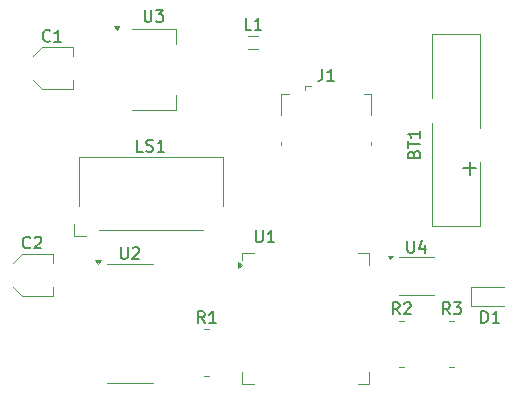
<source format=gto>
%TF.GenerationSoftware,KiCad,Pcbnew,9.0.0*%
%TF.CreationDate,2025-04-01T00:51:48+01:00*%
%TF.ProjectId,Wireless_bluetooth_speaker,57697265-6c65-4737-935f-626c7565746f,rev?*%
%TF.SameCoordinates,Original*%
%TF.FileFunction,Legend,Top*%
%TF.FilePolarity,Positive*%
%FSLAX46Y46*%
G04 Gerber Fmt 4.6, Leading zero omitted, Abs format (unit mm)*
G04 Created by KiCad (PCBNEW 9.0.0) date 2025-04-01 00:51:48*
%MOMM*%
%LPD*%
G01*
G04 APERTURE LIST*
%ADD10C,0.150000*%
%ADD11C,0.120000*%
G04 APERTURE END LIST*
D10*
X126583334Y-104909580D02*
X126535715Y-104957200D01*
X126535715Y-104957200D02*
X126392858Y-105004819D01*
X126392858Y-105004819D02*
X126297620Y-105004819D01*
X126297620Y-105004819D02*
X126154763Y-104957200D01*
X126154763Y-104957200D02*
X126059525Y-104861961D01*
X126059525Y-104861961D02*
X126011906Y-104766723D01*
X126011906Y-104766723D02*
X125964287Y-104576247D01*
X125964287Y-104576247D02*
X125964287Y-104433390D01*
X125964287Y-104433390D02*
X126011906Y-104242914D01*
X126011906Y-104242914D02*
X126059525Y-104147676D01*
X126059525Y-104147676D02*
X126154763Y-104052438D01*
X126154763Y-104052438D02*
X126297620Y-104004819D01*
X126297620Y-104004819D02*
X126392858Y-104004819D01*
X126392858Y-104004819D02*
X126535715Y-104052438D01*
X126535715Y-104052438D02*
X126583334Y-104100057D01*
X126964287Y-104100057D02*
X127011906Y-104052438D01*
X127011906Y-104052438D02*
X127107144Y-104004819D01*
X127107144Y-104004819D02*
X127345239Y-104004819D01*
X127345239Y-104004819D02*
X127440477Y-104052438D01*
X127440477Y-104052438D02*
X127488096Y-104100057D01*
X127488096Y-104100057D02*
X127535715Y-104195295D01*
X127535715Y-104195295D02*
X127535715Y-104290533D01*
X127535715Y-104290533D02*
X127488096Y-104433390D01*
X127488096Y-104433390D02*
X126916668Y-105004819D01*
X126916668Y-105004819D02*
X127535715Y-105004819D01*
X128258333Y-87409580D02*
X128210714Y-87457200D01*
X128210714Y-87457200D02*
X128067857Y-87504819D01*
X128067857Y-87504819D02*
X127972619Y-87504819D01*
X127972619Y-87504819D02*
X127829762Y-87457200D01*
X127829762Y-87457200D02*
X127734524Y-87361961D01*
X127734524Y-87361961D02*
X127686905Y-87266723D01*
X127686905Y-87266723D02*
X127639286Y-87076247D01*
X127639286Y-87076247D02*
X127639286Y-86933390D01*
X127639286Y-86933390D02*
X127686905Y-86742914D01*
X127686905Y-86742914D02*
X127734524Y-86647676D01*
X127734524Y-86647676D02*
X127829762Y-86552438D01*
X127829762Y-86552438D02*
X127972619Y-86504819D01*
X127972619Y-86504819D02*
X128067857Y-86504819D01*
X128067857Y-86504819D02*
X128210714Y-86552438D01*
X128210714Y-86552438D02*
X128258333Y-86600057D01*
X129210714Y-87504819D02*
X128639286Y-87504819D01*
X128925000Y-87504819D02*
X128925000Y-86504819D01*
X128925000Y-86504819D02*
X128829762Y-86647676D01*
X128829762Y-86647676D02*
X128734524Y-86742914D01*
X128734524Y-86742914D02*
X128639286Y-86790533D01*
X136263095Y-84804819D02*
X136263095Y-85614342D01*
X136263095Y-85614342D02*
X136310714Y-85709580D01*
X136310714Y-85709580D02*
X136358333Y-85757200D01*
X136358333Y-85757200D02*
X136453571Y-85804819D01*
X136453571Y-85804819D02*
X136644047Y-85804819D01*
X136644047Y-85804819D02*
X136739285Y-85757200D01*
X136739285Y-85757200D02*
X136786904Y-85709580D01*
X136786904Y-85709580D02*
X136834523Y-85614342D01*
X136834523Y-85614342D02*
X136834523Y-84804819D01*
X137215476Y-84804819D02*
X137834523Y-84804819D01*
X137834523Y-84804819D02*
X137501190Y-85185771D01*
X137501190Y-85185771D02*
X137644047Y-85185771D01*
X137644047Y-85185771D02*
X137739285Y-85233390D01*
X137739285Y-85233390D02*
X137786904Y-85281009D01*
X137786904Y-85281009D02*
X137834523Y-85376247D01*
X137834523Y-85376247D02*
X137834523Y-85614342D01*
X137834523Y-85614342D02*
X137786904Y-85709580D01*
X137786904Y-85709580D02*
X137739285Y-85757200D01*
X137739285Y-85757200D02*
X137644047Y-85804819D01*
X137644047Y-85804819D02*
X137358333Y-85804819D01*
X137358333Y-85804819D02*
X137263095Y-85757200D01*
X137263095Y-85757200D02*
X137215476Y-85709580D01*
X145295833Y-86504819D02*
X144819643Y-86504819D01*
X144819643Y-86504819D02*
X144819643Y-85504819D01*
X146152976Y-86504819D02*
X145581548Y-86504819D01*
X145867262Y-86504819D02*
X145867262Y-85504819D01*
X145867262Y-85504819D02*
X145772024Y-85647676D01*
X145772024Y-85647676D02*
X145676786Y-85742914D01*
X145676786Y-85742914D02*
X145581548Y-85790533D01*
X158513095Y-104354819D02*
X158513095Y-105164342D01*
X158513095Y-105164342D02*
X158560714Y-105259580D01*
X158560714Y-105259580D02*
X158608333Y-105307200D01*
X158608333Y-105307200D02*
X158703571Y-105354819D01*
X158703571Y-105354819D02*
X158894047Y-105354819D01*
X158894047Y-105354819D02*
X158989285Y-105307200D01*
X158989285Y-105307200D02*
X159036904Y-105259580D01*
X159036904Y-105259580D02*
X159084523Y-105164342D01*
X159084523Y-105164342D02*
X159084523Y-104354819D01*
X159989285Y-104688152D02*
X159989285Y-105354819D01*
X159751190Y-104307200D02*
X159513095Y-105021485D01*
X159513095Y-105021485D02*
X160132142Y-105021485D01*
X134263095Y-104904819D02*
X134263095Y-105714342D01*
X134263095Y-105714342D02*
X134310714Y-105809580D01*
X134310714Y-105809580D02*
X134358333Y-105857200D01*
X134358333Y-105857200D02*
X134453571Y-105904819D01*
X134453571Y-105904819D02*
X134644047Y-105904819D01*
X134644047Y-105904819D02*
X134739285Y-105857200D01*
X134739285Y-105857200D02*
X134786904Y-105809580D01*
X134786904Y-105809580D02*
X134834523Y-105714342D01*
X134834523Y-105714342D02*
X134834523Y-104904819D01*
X135263095Y-105000057D02*
X135310714Y-104952438D01*
X135310714Y-104952438D02*
X135405952Y-104904819D01*
X135405952Y-104904819D02*
X135644047Y-104904819D01*
X135644047Y-104904819D02*
X135739285Y-104952438D01*
X135739285Y-104952438D02*
X135786904Y-105000057D01*
X135786904Y-105000057D02*
X135834523Y-105095295D01*
X135834523Y-105095295D02*
X135834523Y-105190533D01*
X135834523Y-105190533D02*
X135786904Y-105333390D01*
X135786904Y-105333390D02*
X135215476Y-105904819D01*
X135215476Y-105904819D02*
X135834523Y-105904819D01*
X145688095Y-103479819D02*
X145688095Y-104289342D01*
X145688095Y-104289342D02*
X145735714Y-104384580D01*
X145735714Y-104384580D02*
X145783333Y-104432200D01*
X145783333Y-104432200D02*
X145878571Y-104479819D01*
X145878571Y-104479819D02*
X146069047Y-104479819D01*
X146069047Y-104479819D02*
X146164285Y-104432200D01*
X146164285Y-104432200D02*
X146211904Y-104384580D01*
X146211904Y-104384580D02*
X146259523Y-104289342D01*
X146259523Y-104289342D02*
X146259523Y-103479819D01*
X147259523Y-104479819D02*
X146688095Y-104479819D01*
X146973809Y-104479819D02*
X146973809Y-103479819D01*
X146973809Y-103479819D02*
X146878571Y-103622676D01*
X146878571Y-103622676D02*
X146783333Y-103717914D01*
X146783333Y-103717914D02*
X146688095Y-103765533D01*
X162108333Y-110574819D02*
X161775000Y-110098628D01*
X161536905Y-110574819D02*
X161536905Y-109574819D01*
X161536905Y-109574819D02*
X161917857Y-109574819D01*
X161917857Y-109574819D02*
X162013095Y-109622438D01*
X162013095Y-109622438D02*
X162060714Y-109670057D01*
X162060714Y-109670057D02*
X162108333Y-109765295D01*
X162108333Y-109765295D02*
X162108333Y-109908152D01*
X162108333Y-109908152D02*
X162060714Y-110003390D01*
X162060714Y-110003390D02*
X162013095Y-110051009D01*
X162013095Y-110051009D02*
X161917857Y-110098628D01*
X161917857Y-110098628D02*
X161536905Y-110098628D01*
X162441667Y-109574819D02*
X163060714Y-109574819D01*
X163060714Y-109574819D02*
X162727381Y-109955771D01*
X162727381Y-109955771D02*
X162870238Y-109955771D01*
X162870238Y-109955771D02*
X162965476Y-110003390D01*
X162965476Y-110003390D02*
X163013095Y-110051009D01*
X163013095Y-110051009D02*
X163060714Y-110146247D01*
X163060714Y-110146247D02*
X163060714Y-110384342D01*
X163060714Y-110384342D02*
X163013095Y-110479580D01*
X163013095Y-110479580D02*
X162965476Y-110527200D01*
X162965476Y-110527200D02*
X162870238Y-110574819D01*
X162870238Y-110574819D02*
X162584524Y-110574819D01*
X162584524Y-110574819D02*
X162489286Y-110527200D01*
X162489286Y-110527200D02*
X162441667Y-110479580D01*
X157858333Y-110574819D02*
X157525000Y-110098628D01*
X157286905Y-110574819D02*
X157286905Y-109574819D01*
X157286905Y-109574819D02*
X157667857Y-109574819D01*
X157667857Y-109574819D02*
X157763095Y-109622438D01*
X157763095Y-109622438D02*
X157810714Y-109670057D01*
X157810714Y-109670057D02*
X157858333Y-109765295D01*
X157858333Y-109765295D02*
X157858333Y-109908152D01*
X157858333Y-109908152D02*
X157810714Y-110003390D01*
X157810714Y-110003390D02*
X157763095Y-110051009D01*
X157763095Y-110051009D02*
X157667857Y-110098628D01*
X157667857Y-110098628D02*
X157286905Y-110098628D01*
X158239286Y-109670057D02*
X158286905Y-109622438D01*
X158286905Y-109622438D02*
X158382143Y-109574819D01*
X158382143Y-109574819D02*
X158620238Y-109574819D01*
X158620238Y-109574819D02*
X158715476Y-109622438D01*
X158715476Y-109622438D02*
X158763095Y-109670057D01*
X158763095Y-109670057D02*
X158810714Y-109765295D01*
X158810714Y-109765295D02*
X158810714Y-109860533D01*
X158810714Y-109860533D02*
X158763095Y-110003390D01*
X158763095Y-110003390D02*
X158191667Y-110574819D01*
X158191667Y-110574819D02*
X158810714Y-110574819D01*
X141358333Y-111324819D02*
X141025000Y-110848628D01*
X140786905Y-111324819D02*
X140786905Y-110324819D01*
X140786905Y-110324819D02*
X141167857Y-110324819D01*
X141167857Y-110324819D02*
X141263095Y-110372438D01*
X141263095Y-110372438D02*
X141310714Y-110420057D01*
X141310714Y-110420057D02*
X141358333Y-110515295D01*
X141358333Y-110515295D02*
X141358333Y-110658152D01*
X141358333Y-110658152D02*
X141310714Y-110753390D01*
X141310714Y-110753390D02*
X141263095Y-110801009D01*
X141263095Y-110801009D02*
X141167857Y-110848628D01*
X141167857Y-110848628D02*
X140786905Y-110848628D01*
X142310714Y-111324819D02*
X141739286Y-111324819D01*
X142025000Y-111324819D02*
X142025000Y-110324819D01*
X142025000Y-110324819D02*
X141929762Y-110467676D01*
X141929762Y-110467676D02*
X141834524Y-110562914D01*
X141834524Y-110562914D02*
X141739286Y-110610533D01*
X136132142Y-96804819D02*
X135655952Y-96804819D01*
X135655952Y-96804819D02*
X135655952Y-95804819D01*
X136417857Y-96757200D02*
X136560714Y-96804819D01*
X136560714Y-96804819D02*
X136798809Y-96804819D01*
X136798809Y-96804819D02*
X136894047Y-96757200D01*
X136894047Y-96757200D02*
X136941666Y-96709580D01*
X136941666Y-96709580D02*
X136989285Y-96614342D01*
X136989285Y-96614342D02*
X136989285Y-96519104D01*
X136989285Y-96519104D02*
X136941666Y-96423866D01*
X136941666Y-96423866D02*
X136894047Y-96376247D01*
X136894047Y-96376247D02*
X136798809Y-96328628D01*
X136798809Y-96328628D02*
X136608333Y-96281009D01*
X136608333Y-96281009D02*
X136513095Y-96233390D01*
X136513095Y-96233390D02*
X136465476Y-96185771D01*
X136465476Y-96185771D02*
X136417857Y-96090533D01*
X136417857Y-96090533D02*
X136417857Y-95995295D01*
X136417857Y-95995295D02*
X136465476Y-95900057D01*
X136465476Y-95900057D02*
X136513095Y-95852438D01*
X136513095Y-95852438D02*
X136608333Y-95804819D01*
X136608333Y-95804819D02*
X136846428Y-95804819D01*
X136846428Y-95804819D02*
X136989285Y-95852438D01*
X137941666Y-96804819D02*
X137370238Y-96804819D01*
X137655952Y-96804819D02*
X137655952Y-95804819D01*
X137655952Y-95804819D02*
X137560714Y-95947676D01*
X137560714Y-95947676D02*
X137465476Y-96042914D01*
X137465476Y-96042914D02*
X137370238Y-96090533D01*
X151316666Y-89804819D02*
X151316666Y-90519104D01*
X151316666Y-90519104D02*
X151269047Y-90661961D01*
X151269047Y-90661961D02*
X151173809Y-90757200D01*
X151173809Y-90757200D02*
X151030952Y-90804819D01*
X151030952Y-90804819D02*
X150935714Y-90804819D01*
X152316666Y-90804819D02*
X151745238Y-90804819D01*
X152030952Y-90804819D02*
X152030952Y-89804819D01*
X152030952Y-89804819D02*
X151935714Y-89947676D01*
X151935714Y-89947676D02*
X151840476Y-90042914D01*
X151840476Y-90042914D02*
X151745238Y-90090533D01*
X164786905Y-111304819D02*
X164786905Y-110304819D01*
X164786905Y-110304819D02*
X165025000Y-110304819D01*
X165025000Y-110304819D02*
X165167857Y-110352438D01*
X165167857Y-110352438D02*
X165263095Y-110447676D01*
X165263095Y-110447676D02*
X165310714Y-110542914D01*
X165310714Y-110542914D02*
X165358333Y-110733390D01*
X165358333Y-110733390D02*
X165358333Y-110876247D01*
X165358333Y-110876247D02*
X165310714Y-111066723D01*
X165310714Y-111066723D02*
X165263095Y-111161961D01*
X165263095Y-111161961D02*
X165167857Y-111257200D01*
X165167857Y-111257200D02*
X165025000Y-111304819D01*
X165025000Y-111304819D02*
X164786905Y-111304819D01*
X166310714Y-111304819D02*
X165739286Y-111304819D01*
X166025000Y-111304819D02*
X166025000Y-110304819D01*
X166025000Y-110304819D02*
X165929762Y-110447676D01*
X165929762Y-110447676D02*
X165834524Y-110542914D01*
X165834524Y-110542914D02*
X165739286Y-110590533D01*
X159056009Y-97010714D02*
X159103628Y-96867857D01*
X159103628Y-96867857D02*
X159151247Y-96820238D01*
X159151247Y-96820238D02*
X159246485Y-96772619D01*
X159246485Y-96772619D02*
X159389342Y-96772619D01*
X159389342Y-96772619D02*
X159484580Y-96820238D01*
X159484580Y-96820238D02*
X159532200Y-96867857D01*
X159532200Y-96867857D02*
X159579819Y-96963095D01*
X159579819Y-96963095D02*
X159579819Y-97344047D01*
X159579819Y-97344047D02*
X158579819Y-97344047D01*
X158579819Y-97344047D02*
X158579819Y-97010714D01*
X158579819Y-97010714D02*
X158627438Y-96915476D01*
X158627438Y-96915476D02*
X158675057Y-96867857D01*
X158675057Y-96867857D02*
X158770295Y-96820238D01*
X158770295Y-96820238D02*
X158865533Y-96820238D01*
X158865533Y-96820238D02*
X158960771Y-96867857D01*
X158960771Y-96867857D02*
X159008390Y-96915476D01*
X159008390Y-96915476D02*
X159056009Y-97010714D01*
X159056009Y-97010714D02*
X159056009Y-97344047D01*
X158579819Y-96486904D02*
X158579819Y-95915476D01*
X159579819Y-96201190D02*
X158579819Y-96201190D01*
X159579819Y-95058333D02*
X159579819Y-95629761D01*
X159579819Y-95344047D02*
X158579819Y-95344047D01*
X158579819Y-95344047D02*
X158722676Y-95439285D01*
X158722676Y-95439285D02*
X158817914Y-95534523D01*
X158817914Y-95534523D02*
X158865533Y-95629761D01*
X163789700Y-98806428D02*
X163789700Y-97663571D01*
X164361128Y-98234999D02*
X163218271Y-98234999D01*
D11*
%TO.C,C2*%
X125129438Y-106240000D02*
X125879438Y-105490000D01*
X125129438Y-108260000D02*
X125879438Y-109010000D01*
X125879438Y-105490000D02*
X128510001Y-105490000D01*
X125879438Y-109010000D02*
X128510001Y-109010000D01*
X128510001Y-105490000D02*
X128510001Y-106240000D01*
X128510001Y-109010000D02*
X128510001Y-108260000D01*
%TO.C,C1*%
X126804437Y-88740000D02*
X127554437Y-87990000D01*
X126804437Y-90760000D02*
X127554437Y-91510000D01*
X127554437Y-87990000D02*
X130185000Y-87990000D01*
X127554437Y-91510000D02*
X130185000Y-91510000D01*
X130185000Y-87990000D02*
X130185000Y-88740000D01*
X130185000Y-91510000D02*
X130185000Y-90760000D01*
%TO.C,U3*%
X133895000Y-86540000D02*
X133655000Y-86210000D01*
X134135000Y-86210000D01*
X133895000Y-86540000D01*
G36*
X133895000Y-86540000D02*
G01*
X133655000Y-86210000D01*
X134135000Y-86210000D01*
X133895000Y-86540000D01*
G37*
X138935000Y-93260000D02*
X138935000Y-92000000D01*
X138935000Y-86440000D02*
X138935000Y-87700000D01*
X135175000Y-93260000D02*
X138935000Y-93260000D01*
X135175000Y-86440000D02*
X138935000Y-86440000D01*
%TO.C,L1*%
X145062878Y-88160000D02*
X145862122Y-88160000D01*
X145062878Y-87040000D02*
X145862122Y-87040000D01*
%TO.C,U4*%
X159275000Y-105740000D02*
X157775000Y-105740000D01*
X159275000Y-105740000D02*
X160775000Y-105740000D01*
X159275000Y-108960000D02*
X157775000Y-108960000D01*
X159275000Y-108960000D02*
X160775000Y-108960000D01*
X157087500Y-105940000D02*
X156847500Y-105610000D01*
X157327500Y-105610000D01*
X157087500Y-105940000D01*
G36*
X157087500Y-105940000D02*
G01*
X156847500Y-105610000D01*
X157327500Y-105610000D01*
X157087500Y-105940000D01*
G37*
%TO.C,U2*%
X135025000Y-106290000D02*
X133075000Y-106290000D01*
X135025000Y-106290000D02*
X136975000Y-106290000D01*
X135025000Y-116410000D02*
X133075000Y-116410000D01*
X135025000Y-116410000D02*
X136975000Y-116410000D01*
X132300000Y-106345000D02*
X132060000Y-106015000D01*
X132540000Y-106015000D01*
X132300000Y-106345000D01*
G36*
X132300000Y-106345000D02*
G01*
X132060000Y-106015000D01*
X132540000Y-106015000D01*
X132300000Y-106345000D01*
G37*
%TO.C,U1*%
X144500000Y-105375000D02*
X145500000Y-105375000D01*
X144500000Y-106025000D02*
X144500000Y-105375000D01*
X144500000Y-116475000D02*
X144500000Y-115475000D01*
X145500000Y-116475000D02*
X144500000Y-116475000D01*
X154300000Y-105375000D02*
X155300000Y-105375000D01*
X155300000Y-105375000D02*
X155300000Y-106375000D01*
X155300000Y-115475000D02*
X155300000Y-116475000D01*
X155300000Y-116475000D02*
X154300000Y-116475000D01*
X144500000Y-106400000D02*
X144164000Y-106640000D01*
X144164000Y-106160000D01*
X144500000Y-106400000D01*
G36*
X144500000Y-106400000D02*
G01*
X144164000Y-106640000D01*
X144164000Y-106160000D01*
X144500000Y-106400000D01*
G37*
%TO.C,R3*%
X162064758Y-111115000D02*
X162485242Y-111115000D01*
X162064758Y-115085000D02*
X162485242Y-115085000D01*
%TO.C,R2*%
X157814758Y-111115000D02*
X158235242Y-111115000D01*
X157814758Y-115085000D02*
X158235242Y-115085000D01*
%TO.C,R1*%
X141314758Y-111865000D02*
X141735242Y-111865000D01*
X141314758Y-115835000D02*
X141735242Y-115835000D01*
%TO.C,LS1*%
X130325000Y-102950000D02*
X130325000Y-103950000D01*
X130325000Y-103950000D02*
X131325000Y-103950000D01*
X130675000Y-97250000D02*
X142875000Y-97250000D01*
X130675000Y-101400000D02*
X130675000Y-97250000D01*
X141175000Y-103450000D02*
X132375000Y-103450000D01*
X142875000Y-97250000D02*
X142875000Y-101400000D01*
%TO.C,J1*%
X147840000Y-91940000D02*
X148500000Y-91940000D01*
X147840000Y-93670000D02*
X147840000Y-91940000D01*
X147840000Y-96240000D02*
X147840000Y-96030000D01*
X149890000Y-91240000D02*
X149890000Y-91630000D01*
X149890000Y-91240000D02*
X150340000Y-91240000D01*
X155460000Y-91940000D02*
X154810000Y-91940000D01*
X155460000Y-93670000D02*
X155460000Y-91940000D01*
X155460000Y-96240000D02*
X155460000Y-96030000D01*
%TO.C,D1*%
X163925000Y-108300000D02*
X163925000Y-109900000D01*
X163925000Y-109900000D02*
X166675000Y-109900000D01*
X166675000Y-108300000D02*
X163925000Y-108300000D01*
%TO.C,BT1*%
X160565000Y-103135000D02*
X160565000Y-94415000D01*
X164635000Y-103135000D02*
X160565000Y-103135000D01*
X164635000Y-103135000D02*
X164635000Y-97655000D01*
X164635000Y-94785000D02*
X164635000Y-86815000D01*
X160565000Y-92285000D02*
X160565000Y-86815000D01*
X164635000Y-86815000D02*
X160565000Y-86815000D01*
%TD*%
M02*

</source>
